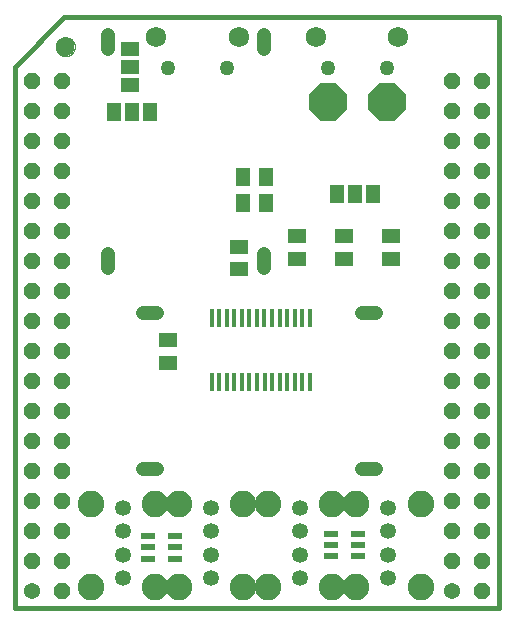
<source format=gbs>
G75*
%MOIN*%
%OFA0B0*%
%FSLAX25Y25*%
%IPPOS*%
%LPD*%
%AMOC8*
5,1,8,0,0,1.08239X$1,22.5*
%
%ADD10C,0.01600*%
%ADD11C,0.00000*%
%ADD12C,0.06299*%
%ADD13C,0.05400*%
%ADD14OC8,0.05400*%
%ADD15R,0.01378X0.05906*%
%ADD16OC8,0.12500*%
%ADD17C,0.04724*%
%ADD18R,0.05906X0.05118*%
%ADD19R,0.05118X0.05906*%
%ADD20R,0.04600X0.06300*%
%ADD21C,0.05315*%
%ADD22C,0.08858*%
%ADD23R,0.06300X0.04600*%
%ADD24C,0.06791*%
%ADD25C,0.05020*%
%ADD26R,0.04724X0.02362*%
D10*
X0022538Y0040030D02*
X0183955Y0040030D01*
X0183955Y0236880D01*
X0039073Y0236880D01*
X0022538Y0220344D01*
X0022538Y0040030D01*
D11*
X0036317Y0227037D02*
X0036319Y0227149D01*
X0036325Y0227260D01*
X0036335Y0227372D01*
X0036349Y0227483D01*
X0036366Y0227593D01*
X0036388Y0227703D01*
X0036414Y0227812D01*
X0036443Y0227920D01*
X0036476Y0228026D01*
X0036513Y0228132D01*
X0036554Y0228236D01*
X0036599Y0228339D01*
X0036647Y0228440D01*
X0036698Y0228539D01*
X0036753Y0228636D01*
X0036812Y0228731D01*
X0036873Y0228825D01*
X0036938Y0228916D01*
X0037007Y0229004D01*
X0037078Y0229090D01*
X0037152Y0229174D01*
X0037230Y0229254D01*
X0037310Y0229332D01*
X0037393Y0229408D01*
X0037478Y0229480D01*
X0037566Y0229549D01*
X0037656Y0229615D01*
X0037749Y0229677D01*
X0037844Y0229737D01*
X0037941Y0229793D01*
X0038039Y0229845D01*
X0038140Y0229894D01*
X0038242Y0229939D01*
X0038346Y0229981D01*
X0038451Y0230019D01*
X0038558Y0230053D01*
X0038665Y0230083D01*
X0038774Y0230110D01*
X0038883Y0230132D01*
X0038994Y0230151D01*
X0039104Y0230166D01*
X0039216Y0230177D01*
X0039327Y0230184D01*
X0039439Y0230187D01*
X0039551Y0230186D01*
X0039663Y0230181D01*
X0039774Y0230172D01*
X0039885Y0230159D01*
X0039996Y0230142D01*
X0040106Y0230122D01*
X0040215Y0230097D01*
X0040323Y0230069D01*
X0040430Y0230036D01*
X0040536Y0230000D01*
X0040640Y0229960D01*
X0040743Y0229917D01*
X0040845Y0229870D01*
X0040944Y0229819D01*
X0041042Y0229765D01*
X0041138Y0229707D01*
X0041232Y0229646D01*
X0041323Y0229582D01*
X0041412Y0229515D01*
X0041499Y0229444D01*
X0041583Y0229370D01*
X0041665Y0229294D01*
X0041743Y0229214D01*
X0041819Y0229132D01*
X0041892Y0229047D01*
X0041962Y0228960D01*
X0042028Y0228870D01*
X0042092Y0228778D01*
X0042152Y0228684D01*
X0042209Y0228588D01*
X0042262Y0228489D01*
X0042312Y0228389D01*
X0042358Y0228288D01*
X0042401Y0228184D01*
X0042440Y0228079D01*
X0042475Y0227973D01*
X0042506Y0227866D01*
X0042534Y0227757D01*
X0042557Y0227648D01*
X0042577Y0227538D01*
X0042593Y0227427D01*
X0042605Y0227316D01*
X0042613Y0227205D01*
X0042617Y0227093D01*
X0042617Y0226981D01*
X0042613Y0226869D01*
X0042605Y0226758D01*
X0042593Y0226647D01*
X0042577Y0226536D01*
X0042557Y0226426D01*
X0042534Y0226317D01*
X0042506Y0226208D01*
X0042475Y0226101D01*
X0042440Y0225995D01*
X0042401Y0225890D01*
X0042358Y0225786D01*
X0042312Y0225685D01*
X0042262Y0225585D01*
X0042209Y0225486D01*
X0042152Y0225390D01*
X0042092Y0225296D01*
X0042028Y0225204D01*
X0041962Y0225114D01*
X0041892Y0225027D01*
X0041819Y0224942D01*
X0041743Y0224860D01*
X0041665Y0224780D01*
X0041583Y0224704D01*
X0041499Y0224630D01*
X0041412Y0224559D01*
X0041323Y0224492D01*
X0041232Y0224428D01*
X0041138Y0224367D01*
X0041042Y0224309D01*
X0040944Y0224255D01*
X0040845Y0224204D01*
X0040743Y0224157D01*
X0040640Y0224114D01*
X0040536Y0224074D01*
X0040430Y0224038D01*
X0040323Y0224005D01*
X0040215Y0223977D01*
X0040106Y0223952D01*
X0039996Y0223932D01*
X0039885Y0223915D01*
X0039774Y0223902D01*
X0039663Y0223893D01*
X0039551Y0223888D01*
X0039439Y0223887D01*
X0039327Y0223890D01*
X0039216Y0223897D01*
X0039104Y0223908D01*
X0038994Y0223923D01*
X0038883Y0223942D01*
X0038774Y0223964D01*
X0038665Y0223991D01*
X0038558Y0224021D01*
X0038451Y0224055D01*
X0038346Y0224093D01*
X0038242Y0224135D01*
X0038140Y0224180D01*
X0038039Y0224229D01*
X0037941Y0224281D01*
X0037844Y0224337D01*
X0037749Y0224397D01*
X0037656Y0224459D01*
X0037566Y0224525D01*
X0037478Y0224594D01*
X0037393Y0224666D01*
X0037310Y0224742D01*
X0037230Y0224820D01*
X0037152Y0224900D01*
X0037078Y0224984D01*
X0037007Y0225070D01*
X0036938Y0225158D01*
X0036873Y0225249D01*
X0036812Y0225343D01*
X0036753Y0225438D01*
X0036698Y0225535D01*
X0036647Y0225634D01*
X0036599Y0225735D01*
X0036554Y0225838D01*
X0036513Y0225942D01*
X0036476Y0226048D01*
X0036443Y0226154D01*
X0036414Y0226262D01*
X0036388Y0226371D01*
X0036366Y0226481D01*
X0036349Y0226591D01*
X0036335Y0226702D01*
X0036325Y0226814D01*
X0036319Y0226925D01*
X0036317Y0227037D01*
D12*
X0039467Y0227037D03*
D13*
X0028247Y0045581D03*
X0168247Y0045581D03*
D14*
X0168247Y0055581D03*
X0168247Y0065581D03*
X0168247Y0075581D03*
X0168247Y0085581D03*
X0168247Y0095581D03*
X0168247Y0105581D03*
X0168247Y0115581D03*
X0168247Y0125581D03*
X0168247Y0135581D03*
X0168247Y0145581D03*
X0168247Y0155581D03*
X0168247Y0165581D03*
X0168247Y0175581D03*
X0168247Y0185581D03*
X0168247Y0195581D03*
X0168247Y0205581D03*
X0168247Y0215581D03*
X0178247Y0215581D03*
X0178247Y0205581D03*
X0178247Y0195581D03*
X0178247Y0185581D03*
X0178247Y0175581D03*
X0178247Y0165581D03*
X0178247Y0155581D03*
X0178247Y0145581D03*
X0178247Y0135581D03*
X0178247Y0125581D03*
X0178247Y0115581D03*
X0178247Y0105581D03*
X0178247Y0095581D03*
X0178247Y0085581D03*
X0178247Y0075581D03*
X0178247Y0065581D03*
X0178247Y0055581D03*
X0178247Y0045581D03*
X0038247Y0045581D03*
X0038247Y0055581D03*
X0038247Y0065581D03*
X0038247Y0075581D03*
X0038247Y0085581D03*
X0038247Y0095581D03*
X0038247Y0105581D03*
X0038247Y0115581D03*
X0038247Y0125581D03*
X0038247Y0135581D03*
X0038247Y0145581D03*
X0038247Y0155581D03*
X0038247Y0165581D03*
X0038247Y0175581D03*
X0038247Y0185581D03*
X0038247Y0195581D03*
X0038247Y0205581D03*
X0038247Y0215581D03*
X0028247Y0215581D03*
X0028247Y0205581D03*
X0028247Y0195581D03*
X0028247Y0185581D03*
X0028247Y0175581D03*
X0028247Y0165581D03*
X0028247Y0155581D03*
X0028247Y0145581D03*
X0028247Y0135581D03*
X0028247Y0125581D03*
X0028247Y0115581D03*
X0028247Y0105581D03*
X0028247Y0095581D03*
X0028247Y0085581D03*
X0028247Y0075581D03*
X0028247Y0065581D03*
X0028247Y0055581D03*
D15*
X0088205Y0115239D03*
X0090724Y0115239D03*
X0093244Y0115239D03*
X0095764Y0115239D03*
X0098283Y0115239D03*
X0100803Y0115239D03*
X0103323Y0115239D03*
X0105842Y0115239D03*
X0108362Y0115239D03*
X0110882Y0115239D03*
X0113401Y0115239D03*
X0115921Y0115239D03*
X0118441Y0115239D03*
X0120960Y0115239D03*
X0120960Y0136498D03*
X0118441Y0136498D03*
X0115921Y0136498D03*
X0113401Y0136498D03*
X0110882Y0136498D03*
X0108362Y0136498D03*
X0105764Y0136498D03*
X0103323Y0136498D03*
X0100803Y0136498D03*
X0098283Y0136498D03*
X0095764Y0136498D03*
X0093244Y0136498D03*
X0090724Y0136498D03*
X0088205Y0136498D03*
D16*
X0126869Y0208533D03*
X0146554Y0208533D03*
D17*
X0105696Y0226329D02*
X0105696Y0231053D01*
X0053696Y0231053D02*
X0053696Y0226329D01*
X0053696Y0158053D02*
X0053696Y0153329D01*
X0065365Y0138400D02*
X0070089Y0138400D01*
X0105696Y0153329D02*
X0105696Y0158053D01*
X0138365Y0138400D02*
X0143089Y0138400D01*
X0143089Y0086400D02*
X0138365Y0086400D01*
X0070089Y0086400D02*
X0065365Y0086400D01*
D18*
X0073719Y0121722D03*
X0073719Y0129203D03*
X0097341Y0152825D03*
X0097341Y0160305D03*
X0116633Y0163848D03*
X0116633Y0156368D03*
X0132381Y0156368D03*
X0132381Y0163848D03*
X0148129Y0163848D03*
X0148129Y0156368D03*
D19*
X0106199Y0175069D03*
X0106199Y0183730D03*
X0098719Y0183730D03*
X0098719Y0175069D03*
D20*
X0067514Y0205384D03*
X0061514Y0205384D03*
X0055514Y0205384D03*
X0129924Y0177825D03*
X0135924Y0177825D03*
X0141924Y0177825D03*
D21*
X0147144Y0073415D03*
X0147144Y0065541D03*
X0147144Y0057667D03*
X0147144Y0049793D03*
X0117617Y0049793D03*
X0117617Y0057667D03*
X0117617Y0065541D03*
X0117617Y0073415D03*
X0088089Y0073415D03*
X0088089Y0065541D03*
X0088089Y0057667D03*
X0088089Y0049793D03*
X0058562Y0049793D03*
X0058562Y0057667D03*
X0058562Y0065541D03*
X0058562Y0073415D03*
D22*
X0069270Y0074478D03*
X0077381Y0074478D03*
X0098798Y0074478D03*
X0106908Y0074478D03*
X0128325Y0074478D03*
X0136436Y0074478D03*
X0157853Y0074478D03*
X0157853Y0046919D03*
X0136436Y0046919D03*
X0128325Y0046919D03*
X0106908Y0046919D03*
X0098798Y0046919D03*
X0077381Y0046919D03*
X0069270Y0046919D03*
X0047853Y0046919D03*
X0047853Y0074478D03*
D23*
X0061121Y0214344D03*
X0061121Y0220344D03*
X0061121Y0226344D03*
D24*
X0069782Y0230187D03*
X0097341Y0230187D03*
X0122932Y0230187D03*
X0150491Y0230187D03*
D25*
X0146554Y0219852D03*
X0126869Y0219852D03*
X0093404Y0219852D03*
X0073719Y0219852D03*
D26*
X0076081Y0063848D03*
X0076081Y0060108D03*
X0076081Y0056368D03*
X0067026Y0056368D03*
X0067026Y0060108D03*
X0067026Y0063848D03*
X0128050Y0064636D03*
X0128050Y0060896D03*
X0128050Y0057156D03*
X0137105Y0057156D03*
X0137105Y0060896D03*
X0137105Y0064636D03*
M02*

</source>
